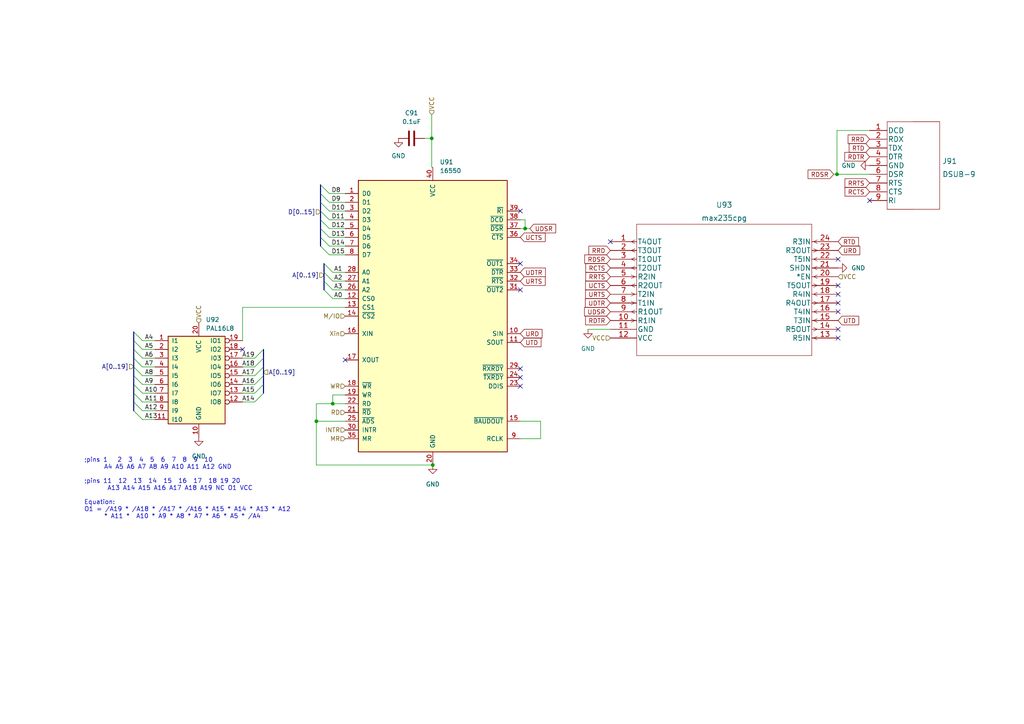
<source format=kicad_sch>
(kicad_sch (version 20211123) (generator eeschema)
  (paper "A4")
  (lib_symbols
    (symbol "DSUB-9:DSUB-9" (pin_names (offset 0.254))
      (property "Reference" "J" (at 8.89 6.35 0))
      (property "Value" "DSUB-9" (at 15.24 -8.89 0))
      (symbol "DSUB-9_1_1"
        (polyline (pts (xy 5.08 2.54) (xy 5.08 -22.86)) (stroke (width 0.127)))
        (polyline (pts (xy 12.7 -22.86) (xy 20.32 -22.86)) (stroke (width 0.127)))
        (polyline (pts (xy 12.7 2.54) (xy 5.08 2.54)) (stroke (width 0.127)))
        (polyline (pts (xy 20.32 -22.86) (xy 20.32 2.54)) (stroke (width 0.127)))
        (rectangle (start 5.08 -22.86) (end 12.7 -22.86))
        (rectangle (start 12.7 2.54) (end 20.32 2.54))
        (pin unspecified line (at 0 0 0) (length 5.08) (name "DCD") (number "1"))
        (pin unspecified line (at 0 -2.54 0) (length 5.08) (name "RDX") (number "2"))
        (pin unspecified line (at 0 -5.08 0) (length 5.08) (name "TDX") (number "3"))
        (pin unspecified line (at 0 -7.62 0) (length 5.08) (name "DTR") (number "4"))
        (pin unspecified line (at 0 -10.16 0) (length 5.08) (name "GND") (number "5"))
        (pin unspecified line (at 0 -12.7 0) (length 5.08) (name "DSR") (number "6"))
        (pin unspecified line (at 0 -15.24 0) (length 5.08) (name "RTS") (number "7"))
        (pin unspecified line (at 0 -17.78 0) (length 5.08) (name "CTS") (number "8"))
        (pin unspecified line (at 0 -20.32 0) (length 5.08) (name "RI") (number "9"))
      )
    )
    (symbol "Device:C" (pin_numbers hide) (pin_names (offset 0.254))
      (property "Reference" "C" (at 0.635 2.54 0))
      (property "Value" "C" (at 0.635 -2.54 0))
      (symbol "C_0_1"
        (polyline (pts (xy -2.032 -0.762) (xy 2.032 -0.762)) (stroke (width 0.508)))
        (polyline (pts (xy -2.032 0.762) (xy 2.032 0.762)) (stroke (width 0.508)))
      )
      (symbol "C_1_1"
        (pin passive line (at 0 3.81 270) (length 2.794) (name "~") (number "1"))
        (pin passive line (at 0 -3.81 90) (length 2.794) (name "~") (number "2"))
      )
    )
    (symbol "Interface_UART:16550" (pin_names (offset 1.016))
      (property "Reference" "U" (at -21.59 40.64 0))
      (property "Value" "16550" (at 15.24 40.64 0))
      (symbol "16550_0_1"
        (rectangle (start -21.59 -39.37) (end 21.59 39.37) (stroke (width 0.254)) (fill (type background)))
      )
      (symbol "16550_1_1"
        (pin bidirectional line (at -25.4 35.56 0) (length 3.81) (name "D0") (number "1"))
        (pin input line (at 25.4 -5.08 180) (length 3.81) (name "SIN") (number "10"))
        (pin output line (at 25.4 -7.62 180) (length 3.81) (name "SOUT") (number "11"))
        (pin input line (at -25.4 5.08 0) (length 3.81) (name "CS0") (number "12"))
        (pin input line (at -25.4 2.54 0) (length 3.81) (name "CS1") (number "13"))
        (pin input line (at -25.4 0 0) (length 3.81) (name "~{CS2}") (number "14"))
        (pin output line (at 25.4 -30.48 180) (length 3.81) (name "~{BAUDOUT}") (number "15"))
        (pin input line (at -25.4 -5.08 0) (length 3.81) (name "XIN") (number "16"))
        (pin output line (at -25.4 -12.7 0) (length 3.81) (name "XOUT") (number "17"))
        (pin input line (at -25.4 -20.32 0) (length 3.81) (name "~{WR}") (number "18"))
        (pin input line (at -25.4 -22.86 0) (length 3.81) (name "WR") (number "19"))
        (pin bidirectional line (at -25.4 33.02 0) (length 3.81) (name "D1") (number "2"))
        (pin power_in line (at 0 -43.18 90) (length 3.81) (name "GND") (number "20"))
        (pin input line (at -25.4 -27.94 0) (length 3.81) (name "~{RD}") (number "21"))
        (pin input line (at -25.4 -25.4 0) (length 3.81) (name "RD") (number "22"))
        (pin output line (at 25.4 -20.32 180) (length 3.81) (name "DDIS") (number "23"))
        (pin output line (at 25.4 -17.78 180) (length 3.81) (name "~{TXRDY}") (number "24"))
        (pin input line (at -25.4 -30.48 0) (length 3.81) (name "~{ADS}") (number "25"))
        (pin input line (at -25.4 7.62 0) (length 3.81) (name "A2") (number "26"))
        (pin input line (at -25.4 10.16 0) (length 3.81) (name "A1") (number "27"))
        (pin input line (at -25.4 12.7 0) (length 3.81) (name "A0") (number "28"))
        (pin output line (at 25.4 -15.24 180) (length 3.81) (name "~{RXRDY}") (number "29"))
        (pin bidirectional line (at -25.4 30.48 0) (length 3.81) (name "D2") (number "3"))
        (pin output line (at -25.4 -33.02 0) (length 3.81) (name "INTR") (number "30"))
        (pin output line (at 25.4 7.62 180) (length 3.81) (name "~{OUT2}") (number "31"))
        (pin output line (at 25.4 10.16 180) (length 3.81) (name "~{RTS}") (number "32"))
        (pin output line (at 25.4 12.7 180) (length 3.81) (name "~{DTR}") (number "33"))
        (pin output line (at 25.4 15.24 180) (length 3.81) (name "~{OUT1}") (number "34"))
        (pin input line (at -25.4 -35.56 0) (length 3.81) (name "MR") (number "35"))
        (pin input line (at 25.4 22.86 180) (length 3.81) (name "~{CTS}") (number "36"))
        (pin input line (at 25.4 25.4 180) (length 3.81) (name "~{DSR}") (number "37"))
        (pin input line (at 25.4 27.94 180) (length 3.81) (name "~{DCD}") (number "38"))
        (pin input line (at 25.4 30.48 180) (length 3.81) (name "~{RI}") (number "39"))
        (pin bidirectional line (at -25.4 27.94 0) (length 3.81) (name "D3") (number "4"))
        (pin power_in line (at 0 43.18 270) (length 3.81) (name "VCC") (number "40"))
        (pin bidirectional line (at -25.4 25.4 0) (length 3.81) (name "D4") (number "5"))
        (pin bidirectional line (at -25.4 22.86 0) (length 3.81) (name "D5") (number "6"))
        (pin bidirectional line (at -25.4 20.32 0) (length 3.81) (name "D6") (number "7"))
        (pin bidirectional line (at -25.4 17.78 0) (length 3.81) (name "D7") (number "8"))
        (pin input line (at 25.4 -35.56 180) (length 3.81) (name "RCLK") (number "9"))
      )
    )
    (symbol "Logic_Programmable:PAL16L8" (pin_names (offset 1.016))
      (property "Reference" "U" (at -8.89 16.51 0))
      (property "Value" "PAL16L8" (at 1.27 16.51 0))
      (symbol "PAL16L8_0_0"
        (pin power_in line (at 0 -15.24 90) (length 3.81) (name "GND") (number "10"))
        (pin power_in line (at 0 17.78 270) (length 3.81) (name "VCC") (number "20"))
      )
      (symbol "PAL16L8_0_1"
        (rectangle (start -8.89 13.97) (end 7.62 -11.43) (stroke (width 0.254)) (fill (type background)))
      )
      (symbol "PAL16L8_1_1"
        (pin input line (at -12.7 12.7 0) (length 3.81) (name "I1") (number "1"))
        (pin input line (at -12.7 -10.16 0) (length 3.81) (name "I10") (number "11"))
        (pin tri_state inverted (at 12.7 -5.08 180) (length 5.08) (name "IO8") (number "12"))
        (pin tri_state inverted (at 12.7 -2.54 180) (length 5.08) (name "IO7") (number "13"))
        (pin tri_state inverted (at 12.7 0 180) (length 5.08) (name "IO6") (number "14"))
        (pin tri_state inverted (at 12.7 2.54 180) (length 5.08) (name "IO5") (number "15"))
        (pin tri_state inverted (at 12.7 5.08 180) (length 5.08) (name "IO4") (number "16"))
        (pin tri_state inverted (at 12.7 7.62 180) (length 5.08) (name "I03") (number "17"))
        (pin tri_state inverted (at 12.7 10.16 180) (length 5.08) (name "IO2") (number "18"))
        (pin tri_state inverted (at 12.7 12.7 180) (length 5.08) (name "IO1") (number "19"))
        (pin input line (at -12.7 10.16 0) (length 3.81) (name "I2") (number "2"))
        (pin input line (at -12.7 7.62 0) (length 3.81) (name "I3") (number "3"))
        (pin input line (at -12.7 5.08 0) (length 3.81) (name "I4") (number "4"))
        (pin input line (at -12.7 2.54 0) (length 3.81) (name "I5") (number "5"))
        (pin input line (at -12.7 0 0) (length 3.81) (name "I6") (number "6"))
        (pin input line (at -12.7 -2.54 0) (length 3.81) (name "I7") (number "7"))
        (pin input line (at -12.7 -5.08 0) (length 3.81) (name "I8") (number "8"))
        (pin input line (at -12.7 -7.62 0) (length 3.81) (name "I9") (number "9"))
      )
    )
    (symbol "max235cpg:max235cpg" (pin_names (offset 0.254))
      (property "Reference" "U" (at 33.02 10.16 0))
      (property "Value" "max235cpg" (at 33.02 7.62 0))
      (symbol "max235cpg_1_1"
        (polyline (pts (xy 7.112 -22.86) (xy 6.0452 -23.368)) (stroke (width 0.127)))
        (polyline (pts (xy 7.112 -22.86) (xy 6.0452 -22.352)) (stroke (width 0.127)))
        (polyline (pts (xy 7.112 -20.828) (xy 6.0452 -20.32)) (stroke (width 0.127)))
        (polyline (pts (xy 7.112 -19.812) (xy 6.0452 -20.32)) (stroke (width 0.127)))
        (polyline (pts (xy 7.112 -17.78) (xy 6.0452 -18.288)) (stroke (width 0.127)))
        (polyline (pts (xy 7.112 -17.78) (xy 6.0452 -17.272)) (stroke (width 0.127)))
        (polyline (pts (xy 7.112 -15.24) (xy 6.0452 -15.748)) (stroke (width 0.127)))
        (polyline (pts (xy 7.112 -15.24) (xy 6.0452 -14.732)) (stroke (width 0.127)))
        (polyline (pts (xy 7.112 -13.208) (xy 6.0452 -12.7)) (stroke (width 0.127)))
        (polyline (pts (xy 7.112 -12.192) (xy 6.0452 -12.7)) (stroke (width 0.127)))
        (polyline (pts (xy 7.112 -10.16) (xy 6.0452 -10.668)) (stroke (width 0.127)))
        (polyline (pts (xy 7.112 -10.16) (xy 6.0452 -9.652)) (stroke (width 0.127)))
        (polyline (pts (xy 7.112 -8.128) (xy 6.0452 -7.62)) (stroke (width 0.127)))
        (polyline (pts (xy 7.112 -7.112) (xy 6.0452 -7.62)) (stroke (width 0.127)))
        (polyline (pts (xy 7.112 -5.588) (xy 6.0452 -5.08)) (stroke (width 0.127)))
        (polyline (pts (xy 7.112 -4.572) (xy 6.0452 -5.08)) (stroke (width 0.127)))
        (polyline (pts (xy 7.112 -3.048) (xy 6.0452 -2.54)) (stroke (width 0.127)))
        (polyline (pts (xy 7.112 -2.032) (xy 6.0452 -2.54)) (stroke (width 0.127)))
        (polyline (pts (xy 7.112 -0.508) (xy 6.0452 0)) (stroke (width 0.127)))
        (polyline (pts (xy 7.112 0.508) (xy 6.0452 0)) (stroke (width 0.127)))
        (polyline (pts (xy 7.62 -33.02) (xy 58.42 -33.02)) (stroke (width 0.127)))
        (polyline (pts (xy 7.62 5.08) (xy 7.62 -33.02)) (stroke (width 0.127)))
        (polyline (pts (xy 58.42 -33.02) (xy 58.42 5.08)) (stroke (width 0.127)))
        (polyline (pts (xy 58.42 5.08) (xy 7.62 5.08)) (stroke (width 0.127)))
        (polyline (pts (xy 58.928 -27.94) (xy 59.9948 -28.448)) (stroke (width 0.127)))
        (polyline (pts (xy 58.928 -27.94) (xy 59.9948 -27.432)) (stroke (width 0.127)))
        (polyline (pts (xy 58.928 -25.908) (xy 59.9948 -25.4)) (stroke (width 0.127)))
        (polyline (pts (xy 58.928 -24.892) (xy 59.9948 -25.4)) (stroke (width 0.127)))
        (polyline (pts (xy 58.928 -22.86) (xy 59.9948 -23.368)) (stroke (width 0.127)))
        (polyline (pts (xy 58.928 -22.86) (xy 59.9948 -22.352)) (stroke (width 0.127)))
        (polyline (pts (xy 58.928 -20.32) (xy 59.9948 -20.828)) (stroke (width 0.127)))
        (polyline (pts (xy 58.928 -20.32) (xy 59.9948 -19.812)) (stroke (width 0.127)))
        (polyline (pts (xy 58.928 -18.288) (xy 59.9948 -17.78)) (stroke (width 0.127)))
        (polyline (pts (xy 58.928 -17.272) (xy 59.9948 -17.78)) (stroke (width 0.127)))
        (polyline (pts (xy 58.928 -15.24) (xy 59.9948 -15.748)) (stroke (width 0.127)))
        (polyline (pts (xy 58.928 -15.24) (xy 59.9948 -14.732)) (stroke (width 0.127)))
        (polyline (pts (xy 58.928 -13.208) (xy 59.9948 -12.7)) (stroke (width 0.127)))
        (polyline (pts (xy 58.928 -12.192) (xy 59.9948 -12.7)) (stroke (width 0.127)))
        (polyline (pts (xy 58.928 -10.16) (xy 59.9948 -10.668)) (stroke (width 0.127)))
        (polyline (pts (xy 58.928 -10.16) (xy 59.9948 -9.652)) (stroke (width 0.127)))
        (polyline (pts (xy 58.928 -7.62) (xy 59.9948 -8.128)) (stroke (width 0.127)))
        (polyline (pts (xy 58.928 -7.62) (xy 59.9948 -7.112)) (stroke (width 0.127)))
        (polyline (pts (xy 58.928 -5.08) (xy 59.9948 -5.588)) (stroke (width 0.127)))
        (polyline (pts (xy 58.928 -5.08) (xy 59.9948 -4.572)) (stroke (width 0.127)))
        (polyline (pts (xy 58.928 -3.048) (xy 59.9948 -2.54)) (stroke (width 0.127)))
        (polyline (pts (xy 58.928 -2.032) (xy 59.9948 -2.54)) (stroke (width 0.127)))
        (polyline (pts (xy 58.928 0) (xy 59.9948 -0.508)) (stroke (width 0.127)))
        (polyline (pts (xy 58.928 0) (xy 59.9948 0.508)) (stroke (width 0.127)))
        (pin output line (at 0 0 0) (length 7.62) (name "T4OUT") (number "1"))
        (pin input line (at 0 -22.86 0) (length 7.62) (name "R1IN") (number "10"))
        (pin power_in line (at 0 -25.4 0) (length 7.62) (name "GND") (number "11"))
        (pin power_in line (at 0 -27.94 0) (length 7.62) (name "VCC") (number "12"))
        (pin input line (at 66.04 -27.94 180) (length 7.62) (name "R5IN") (number "13"))
        (pin output line (at 66.04 -25.4 180) (length 7.62) (name "R5OUT") (number "14"))
        (pin input line (at 66.04 -22.86 180) (length 7.62) (name "T3IN") (number "15"))
        (pin input line (at 66.04 -20.32 180) (length 7.62) (name "T4IN") (number "16"))
        (pin output line (at 66.04 -17.78 180) (length 7.62) (name "R4OUT") (number "17"))
        (pin input line (at 66.04 -15.24 180) (length 7.62) (name "R4IN") (number "18"))
        (pin output line (at 66.04 -12.7 180) (length 7.62) (name "T5OUT") (number "19"))
        (pin output line (at 0 -2.54 0) (length 7.62) (name "T3OUT") (number "2"))
        (pin input line (at 66.04 -10.16 180) (length 7.62) (name "*EN") (number "20"))
        (pin input line (at 66.04 -7.62 180) (length 7.62) (name "SHDN") (number "21"))
        (pin input line (at 66.04 -5.08 180) (length 7.62) (name "T5IN") (number "22"))
        (pin output line (at 66.04 -2.54 180) (length 7.62) (name "R3OUT") (number "23"))
        (pin input line (at 66.04 0 180) (length 7.62) (name "R3IN") (number "24"))
        (pin output line (at 0 -5.08 0) (length 7.62) (name "T1OUT") (number "3"))
        (pin output line (at 0 -7.62 0) (length 7.62) (name "T2OUT") (number "4"))
        (pin input line (at 0 -10.16 0) (length 7.62) (name "R2IN") (number "5"))
        (pin output line (at 0 -12.7 0) (length 7.62) (name "R2OUT") (number "6"))
        (pin input line (at 0 -15.24 0) (length 7.62) (name "T2IN") (number "7"))
        (pin input line (at 0 -17.78 0) (length 7.62) (name "T1IN") (number "8"))
        (pin output line (at 0 -20.32 0) (length 7.62) (name "R1OUT") (number "9"))
      )
    )
    (symbol "power:GND" (power) (pin_names (offset 0))
      (property "Value" "GND" (at 0 -3.81 0))
      (symbol "GND_0_1"
        (polyline (pts (xy 0 0) (xy 0 -1.27) (xy 1.27 -1.27) (xy 0 -2.54) (xy -1.27 -1.27) (xy 0 -1.27)))
      )
      (symbol "GND_1_1"
        (pin power_in line (at 0 0 270) (length 0) hide (name "GND") (number "1"))
      )
    )
  )
  (junction (at 91.7516 122.174))
  (junction (at 152.3076 66.294))
  (junction (at 125.222 40.132))
  (junction (at 242.7613 50.546))
  (junction (at 96.5114 117.094))
  (junction (at 125.5242 134.874))
  (no_connect (at 70.358 101.346))
  (no_connect (at 100.1242 104.394))
  (no_connect (at 150.9242 76.454))
  (no_connect (at 150.9242 84.074))
  (no_connect (at 252.222 58.166))
  (no_connect (at 150.9242 61.214))
  (no_connect (at 243.078 82.804))
  (no_connect (at 243.078 98.044))
  (no_connect (at 243.078 95.504))
  (no_connect (at 243.078 85.344))
  (no_connect (at 243.078 87.884))
  (no_connect (at 243.078 75.184))
  (no_connect (at 150.9242 109.474))
  (no_connect (at 150.9242 106.934))
  (no_connect (at 150.9242 112.014))
  (no_connect (at 243.078 90.424))
  (no_connect (at 177.038 70.104))
  (bus_entry (at 76.4249 114.046) (size -2.54 2.54))
  (bus_entry (at 92.964 61.214) (size 2.54 2.54))
  (bus_entry (at 76.4249 106.426) (size -2.54 2.54))
  (bus_entry (at 93.98 78.994) (size 2.54 2.54))
  (bus_entry (at 38.7763 119.126) (size 2.54 2.54))
  (bus_entry (at 76.4249 103.886) (size -2.54 2.54))
  (bus_entry (at 38.7763 114.046) (size 2.54 2.54))
  (bus_entry (at 38.7763 106.426) (size 2.54 2.54))
  (bus_entry (at 93.98 81.534) (size 2.54 2.54))
  (bus_entry (at 38.7763 101.346) (size 2.54 2.54))
  (bus_entry (at 92.964 53.594) (size 2.54 2.54))
  (bus_entry (at 92.964 71.374) (size 2.54 2.54))
  (bus_entry (at 76.4249 108.966) (size -2.54 2.54))
  (bus_entry (at 92.964 56.134) (size 2.54 2.54))
  (bus_entry (at 38.7763 111.506) (size 2.54 2.54))
  (bus_entry (at 38.7763 98.806) (size 2.54 2.54))
  (bus_entry (at 92.964 66.294) (size 2.54 2.54))
  (bus_entry (at 76.4249 111.506) (size -2.54 2.54))
  (bus_entry (at 92.964 68.834) (size 2.54 2.54))
  (bus_entry (at 76.4249 101.346) (size -2.54 2.54))
  (bus_entry (at 93.98 76.454) (size 2.54 2.54))
  (bus_entry (at 93.98 84.074) (size 2.54 2.54))
  (bus_entry (at 38.7763 116.586) (size 2.54 2.54))
  (bus_entry (at 38.7763 96.266) (size 2.54 2.54))
  (bus_entry (at 38.7763 108.966) (size 2.54 2.54))
  (bus_entry (at 92.964 63.754) (size 2.54 2.54))
  (bus_entry (at 92.964 58.674) (size 2.54 2.54))
  (bus_entry (at 38.7763 103.886) (size 2.54 2.54))
  (wire (pts (xy 156.7932 122.174) (xy 156.7932 127.254)))
  (wire (pts (xy 96.52 86.614) (xy 100.1242 86.614)))
  (wire (pts (xy 73.8849 111.506) (xy 70.358 111.506)))
  (wire (pts (xy 96.5114 114.554) (xy 96.5114 117.094)))
  (wire (pts (xy 95.504 56.134) (xy 100.1242 56.134)))
  (wire (pts (xy 96.5114 114.554) (xy 100.1242 114.554)))
  (wire (pts (xy 41.3163 121.666) (xy 44.958 121.666)))
  (wire (pts (xy 152.3076 63.754) (xy 152.3076 66.294)))
  (wire (pts (xy 96.5114 117.094) (xy 100.1242 117.094)))
  (wire (pts (xy 41.3163 111.506) (xy 44.958 111.506)))
  (bus (pts (xy 92.964 61.214) (xy 92.964 63.754)))
  (wire (pts (xy 242.7613 37.846) (xy 242.7613 50.546)))
  (bus (pts (xy 38.7763 108.966) (xy 38.7763 111.506)))
  (wire (pts (xy 95.504 71.374) (xy 100.1242 71.374)))
  (wire (pts (xy 73.8849 103.886) (xy 70.358 103.886)))
  (wire (pts (xy 91.7516 134.874) (xy 125.5242 134.874)))
  (bus (pts (xy 38.7763 116.586) (xy 38.7763 119.126)))
  (bus (pts (xy 92.964 53.594) (xy 92.964 56.134)))
  (wire (pts (xy 91.7516 117.094) (xy 96.5114 117.094)))
  (wire (pts (xy 125.222 48.514) (xy 125.5242 48.514)))
  (wire (pts (xy 41.3163 119.126) (xy 44.958 119.126)))
  (wire (pts (xy 73.8849 106.426) (xy 70.358 106.426)))
  (bus (pts (xy 38.7763 106.426) (xy 38.7763 108.966)))
  (bus (pts (xy 93.98 76.454) (xy 93.98 78.994)))
  (bus (pts (xy 92.964 68.834) (xy 92.964 71.374)))
  (wire (pts (xy 91.7516 117.094) (xy 91.7516 122.174)))
  (wire (pts (xy 95.504 68.834) (xy 100.1242 68.834)))
  (bus (pts (xy 38.7763 103.886) (xy 38.7763 106.426)))
  (wire (pts (xy 95.504 63.754) (xy 100.1242 63.754)))
  (bus (pts (xy 92.964 56.134) (xy 92.964 58.674)))
  (bus (pts (xy 92.964 58.674) (xy 92.964 61.214)))
  (bus (pts (xy 76.4249 103.886) (xy 76.4249 101.346)))
  (wire (pts (xy 70.358 98.806) (xy 70.358 89.154)))
  (bus (pts (xy 92.964 63.754) (xy 92.964 66.294)))
  (bus (pts (xy 76.4249 106.426) (xy 76.4249 103.886)))
  (wire (pts (xy 73.8849 114.046) (xy 70.358 114.046)))
  (wire (pts (xy 95.504 73.914) (xy 100.1242 73.914)))
  (wire (pts (xy 41.3163 114.046) (xy 44.958 114.046)))
  (wire (pts (xy 125.222 33.274) (xy 125.222 40.132)))
  (bus (pts (xy 38.7763 96.266) (xy 38.7763 98.806)))
  (wire (pts (xy 96.52 78.994) (xy 100.1242 78.994)))
  (bus (pts (xy 76.4249 114.046) (xy 76.4249 111.506)))
  (wire (pts (xy 150.9242 122.174) (xy 156.7932 122.174)))
  (wire (pts (xy 73.8849 116.586) (xy 70.358 116.586)))
  (bus (pts (xy 92.964 66.294) (xy 92.964 68.834)))
  (wire (pts (xy 91.7516 122.174) (xy 100.1242 122.174)))
  (wire (pts (xy 241.808 50.546) (xy 242.7613 50.546)))
  (wire (pts (xy 41.3163 98.806) (xy 44.958 98.806)))
  (wire (pts (xy 41.3163 101.346) (xy 44.958 101.346)))
  (wire (pts (xy 170.5498 95.5239) (xy 177.038 95.504)))
  (wire (pts (xy 152.3076 66.294) (xy 150.9242 66.294)))
  (bus (pts (xy 76.4249 111.506) (xy 76.4249 108.966)))
  (wire (pts (xy 242.7613 50.546) (xy 252.222 50.546)))
  (wire (pts (xy 252.222 37.846) (xy 242.7613 37.846)))
  (wire (pts (xy 41.3163 116.586) (xy 44.958 116.586)))
  (wire (pts (xy 41.3163 108.966) (xy 44.958 108.966)))
  (wire (pts (xy 95.504 61.214) (xy 100.1242 61.214)))
  (bus (pts (xy 38.7763 114.046) (xy 38.7763 116.586)))
  (wire (pts (xy 95.504 66.294) (xy 100.1242 66.294)))
  (wire (pts (xy 70.358 89.154) (xy 100.1242 89.154)))
  (wire (pts (xy 150.9242 63.754) (xy 152.3076 63.754)))
  (bus (pts (xy 38.7763 111.506) (xy 38.7763 114.046)))
  (wire (pts (xy 156.7932 127.254) (xy 150.9242 127.254)))
  (bus (pts (xy 76.4249 108.966) (xy 76.4249 106.426)))
  (wire (pts (xy 125.222 40.132) (xy 125.222 48.514)))
  (bus (pts (xy 38.7763 101.346) (xy 38.7763 103.886)))
  (bus (pts (xy 93.98 81.534) (xy 93.98 84.074)))
  (wire (pts (xy 41.3163 103.886) (xy 44.958 103.886)))
  (wire (pts (xy 73.8849 108.966) (xy 70.358 108.966)))
  (wire (pts (xy 41.3163 106.426) (xy 44.958 106.426)))
  (wire (pts (xy 95.504 58.674) (xy 100.1242 58.674)))
  (bus (pts (xy 93.98 78.994) (xy 93.98 81.534)))
  (wire (pts (xy 125.222 40.132) (xy 123.19 40.132)))
  (wire (pts (xy 91.7516 122.174) (xy 91.7516 134.874)))
  (wire (pts (xy 96.52 84.074) (xy 100.1242 84.074)))
  (bus (pts (xy 38.7763 98.806) (xy 38.7763 101.346)))
  (wire (pts (xy 153.67 66.294) (xy 152.3076 66.294)))
  (wire (pts (xy 96.52 81.534) (xy 100.1242 81.534)))
  (text ";pins 1   2  3  4  5  6  7  8  9  10\n	 A4 A5 A6 A7 A8 A9 A10 A11 A12 GND\n\n;pins 11  12  13  14  15  16  17  18 19 20\n	  A13 A14 A15 A16 A17 A18 A19 NC O1 VCC \n\nEquation:\nO1 = /A19 * /A18 * /A17 * /A16 * A15 * A14 * A13 * A12\n	 * A11 *  A10 * A9 * A8 * A7 * A6 * A5 * /A4  \n" (at 24.384 150.622 0) (effects (font (size 1.27 1.27)) (justify left bottom)))
  (label "A9" (at 41.9752 111.506 0))
  (label "A0" (at 96.8453 86.614 0))
  (label "A17" (at 73.8849 108.966 180))
  (label "A18" (at 73.8849 106.426 180))
  (label "D11" (at 96.1357 63.754 0))
  (label "A14" (at 73.8849 116.586 180))
  (label "A16" (at 73.8849 111.506 180))
  (label "D15" (at 96.1357 73.914 0))
  (label "A19" (at 73.8849 103.886 180))
  (label "D8" (at 96.1357 56.134 0))
  (label "A12" (at 41.9752 119.126 0))
  (label "A7" (at 41.9752 106.426 0))
  (label "D12" (at 96.1357 66.294 0))
  (label "D10" (at 96.1357 61.214 0))
  (label "D9" (at 96.1357 58.674 0))
  (label "A5" (at 41.9752 101.346 0))
  (label "A1" (at 96.8453 78.994 0))
  (label "D13" (at 96.1357 68.834 0))
  (label "A8" (at 41.9752 108.966 0))
  (label "A2" (at 96.8453 81.534 0))
  (label "A13" (at 41.9752 121.666 0))
  (label "A15" (at 73.8849 114.046 180))
  (label "A11" (at 41.9752 116.586 0))
  (label "A4" (at 41.9752 98.806 0))
  (label "A6" (at 41.9752 103.886 0))
  (label "A10" (at 41.9752 114.046 0))
  (label "D14" (at 96.1357 71.374 0))
  (label "A3" (at 96.8453 84.074 0))
  (global_label "RCTS" (shape input) (at 252.222 55.626 180) (property "Intersheet References" "${INTERSHEET_REFS}" (effects hide)))
  (global_label "RTD" (shape input) (at 252.222 42.926 180) (property "Intersheet References" "${INTERSHEET_REFS}" (effects hide)))
  (global_label "RRD" (shape input) (at 252.222 40.386 180) (property "Intersheet References" "${INTERSHEET_REFS}" (effects hide)))
  (global_label "UDSR" (shape input) (at 177.038 90.424 180) (property "Intersheet References" "${INTERSHEET_REFS}" (effects hide)))
  (global_label "RRTS" (shape input) (at 252.222 53.086 180) (property "Intersheet References" "${INTERSHEET_REFS}" (effects hide)))
  (global_label "UTD" (shape input) (at 243.078 92.964 0) (property "Intersheet References" "${INTERSHEET_REFS}" (effects hide)))
  (global_label "UDSR" (shape input) (at 153.67 66.294 0) (property "Intersheet References" "${INTERSHEET_REFS}" (effects hide)))
  (global_label "UTD" (shape input) (at 150.9242 99.314 0) (property "Intersheet References" "${INTERSHEET_REFS}" (effects hide)))
  (global_label "UCTS" (shape input) (at 177.038 82.804 180) (property "Intersheet References" "${INTERSHEET_REFS}" (effects hide)))
  (global_label "URTS" (shape input) (at 177.038 85.344 180) (property "Intersheet References" "${INTERSHEET_REFS}" (effects hide)))
  (global_label "RDSR" (shape input) (at 177.038 75.184 180) (property "Intersheet References" "${INTERSHEET_REFS}" (effects hide)))
  (global_label "URTS" (shape input) (at 150.9242 81.534 0) (property "Intersheet References" "${INTERSHEET_REFS}" (effects hide)))
  (global_label "UDTR" (shape input) (at 150.9242 78.994 0) (property "Intersheet References" "${INTERSHEET_REFS}" (effects hide)))
  (global_label "RRD" (shape input) (at 177.038 72.644 180) (property "Intersheet References" "${INTERSHEET_REFS}" (effects hide)))
  (global_label "RDTR" (shape input) (at 252.222 45.466 180) (property "Intersheet References" "${INTERSHEET_REFS}" (effects hide)))
  (global_label "URD" (shape input) (at 243.078 72.644 0) (property "Intersheet References" "${INTERSHEET_REFS}" (effects hide)))
  (global_label "UCTS" (shape input) (at 150.9242 68.834 0) (property "Intersheet References" "${INTERSHEET_REFS}" (effects hide)))
  (global_label "RCTS" (shape input) (at 177.038 77.724 180) (property "Intersheet References" "${INTERSHEET_REFS}" (effects hide)))
  (global_label "RDTR" (shape input) (at 177.038 92.964 180) (property "Intersheet References" "${INTERSHEET_REFS}" (effects hide)))
  (global_label "RDSR" (shape input) (at 241.808 50.546 180) (property "Intersheet References" "${INTERSHEET_REFS}" (effects hide)))
  (global_label "UDTR" (shape input) (at 177.038 87.884 180) (property "Intersheet References" "${INTERSHEET_REFS}" (effects hide)))
  (global_label "RTD" (shape input) (at 243.078 70.104 0) (property "Intersheet References" "${INTERSHEET_REFS}" (effects hide)))
  (global_label "URD" (shape input) (at 150.9242 96.774 0) (property "Intersheet References" "${INTERSHEET_REFS}" (effects hide)))
  (global_label "RRTS" (shape input) (at 177.038 80.264 180) (property "Intersheet References" "${INTERSHEET_REFS}" (effects hide)))
  (hierarchical_label "Xin" (shape input) (at 100.1242 96.774 180))
  (hierarchical_label "VCC" (shape input) (at 177.038 98.044 180))
  (hierarchical_label "MR" (shape input) (at 100.1242 127.254 180))
  (hierarchical_label "VCC" (shape input) (at 57.658 93.726 90))
  (hierarchical_label "A[0..19]" (shape input) (at 93.98 79.8019 180))
  (hierarchical_label "INTR" (shape input) (at 100.1242 124.714 180))
  (hierarchical_label "RD" (shape input) (at 100.1242 119.634 180))
  (hierarchical_label "A[0..19]" (shape input) (at 76.4249 107.9636 0))
  (hierarchical_label "VCC" (shape input) (at 243.078 80.264 0))
  (hierarchical_label "WR" (shape input) (at 100.1242 112.014 180))
  (hierarchical_label "M{slash}IO" (shape input) (at 100.1242 91.694 180))
  (hierarchical_label "D[0..15]" (shape input) (at 92.964 61.468 180))
  (hierarchical_label "A[0..19]" (shape input) (at 38.7763 106.3224 180))
  (hierarchical_label "VCC" (shape input) (at 125.222 33.274 90))
  (symbol (lib_id "max235cpg:max235cpg") (at 177.038 70.104 0) (unit 1)
    (property "Reference" "U93" (at 210.058 59.436 0) (effects (font (size 1.524 1.524))))
    (property "Value" "max235cpg" (at 210.058 63.246 0) (effects (font (size 1.524 1.524))))
    (property "Footprint" "parts:max235cpg" (effects hide))
  )
  (symbol (lib_id "Interface_UART:16550") (at 125.5242 91.694 0) (unit 1)
    (property "Reference" "U91" (at 127.5436 46.99 0) (effects (justify left)))
    (property "Value" "16550" (at 127.5436 49.53 0) (effects (justify left)))
    (property "Footprint" "Package_DIP:DIP-40_W15.24mm" (effects hide))
    (property "Datasheet" "http://www.ti.com/lit/ds/symlink/pc16550d.pdf" (effects hide))
  )
  (symbol (lib_id "power:GND") (at 170.5498 95.5239 0) (unit 1)
    (property "Reference" "#PWR0168" (effects hide))
    (property "Value" "GND" (at 170.5498 101.1119 0))
  )
  (symbol (lib_id "power:GND") (at 115.57 40.132 0) (unit 1)
    (property "Reference" "#PWR0166" (effects hide))
    (property "Value" "GND" (at 115.57 45.212 0))
  )
  (symbol (lib_id "power:GND") (at 125.5242 134.874 0) (unit 1)
    (property "Reference" "#PWR0160" (effects hide))
    (property "Value" "GND" (at 125.5242 140.462 0))
  )
  (symbol (lib_id "power:GND") (at 243.078 77.724 90) (unit 1)
    (property "Reference" "#PWR0169" (effects hide))
    (property "Value" "GND" (at 246.888 77.7239 90) (effects (justify right)))
  )
  (symbol (lib_id "Logic_Programmable:PAL16L8") (at 57.658 111.506 0) (unit 1)
    (property "Reference" "U92" (at 59.6774 92.71 0) (effects (justify left)))
    (property "Value" "PAL16L8" (at 59.6774 95.25 0) (effects (justify left)))
    (property "Footprint" "Package_DIP:DIP-20_W7.62mm" (effects hide))
  )
  (symbol (lib_id "power:GND") (at 252.222 48.006 270) (unit 1)
    (property "Reference" "#PWR0162" (effects hide))
    (property "Value" "GND" (at 248.158 48.0059 90) (effects (justify right)))
  )
  (symbol (lib_id "power:GND") (at 57.658 126.746 0) (unit 1)
    (property "Reference" "#PWR0161" (effects hide))
    (property "Value" "GND" (at 57.658 132.334 0))
  )
  (symbol (lib_id "Device:C") (at 119.38 40.132 90) (unit 1)
    (property "Reference" "C91" (at 119.38 32.766 90))
    (property "Value" "0.1uF" (at 119.38 35.306 90))
    (property "Footprint" "Capacitor_THT:C_Axial_L3.8mm_D2.6mm_P7.50mm_Horizontal" (effects hide))
  )
  (symbol (lib_id "DSUB-9:DSUB-9") (at 252.222 37.846 0) (unit 1)
    (property "Reference" "J91" (at 273.304 46.736 0) (effects (font (size 1.524 1.524)) (justify left)))
    (property "Value" "DSUB-9" (at 273.304 50.546 0) (effects (font (size 1.524 1.524)) (justify left)))
    (property "Footprint" "parts:DSUB-9" (effects hide))
  )
)
</source>
